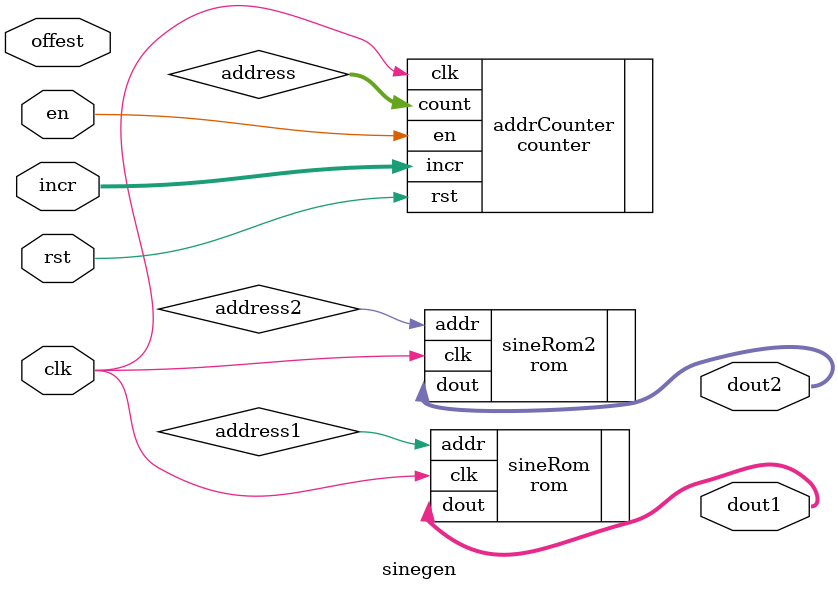
<source format=sv>
module sinegen #(
    parameter   A_WIDTH = 8,
                D_WIDTH = 8
)(
    // interface signals
    input logic                 clk,    //clock
    input logic                 rst,    //reset
    input logic                 en,     //enable
    input logic [A_WIDTH-1:0]   offest, //offset for second wave
    input logic [D_WIDTH-1:0]   incr,   //increment for addr counter
    output logic [D_WIDTH-1:0]  dout1,  //wave data for 1
    output logic [D_WIDTH-1:0]  dout2   //wave data for 2
);

    logic   [A_WIDTH-1:0]       address;//interconnect wire

counter addrCounter (
    .clk (clk),
    .rst (rst),
    .en (en),
    .incr (incr),
    .count (address)
);

rom sineRom (
    .clk (clk),
    .addr (address1),
    .dout (dout1)
);

rom sineRom2 (
    .clk (clk),
    .addr (address2),
    .dout (dout2)
);

endmodule

</source>
